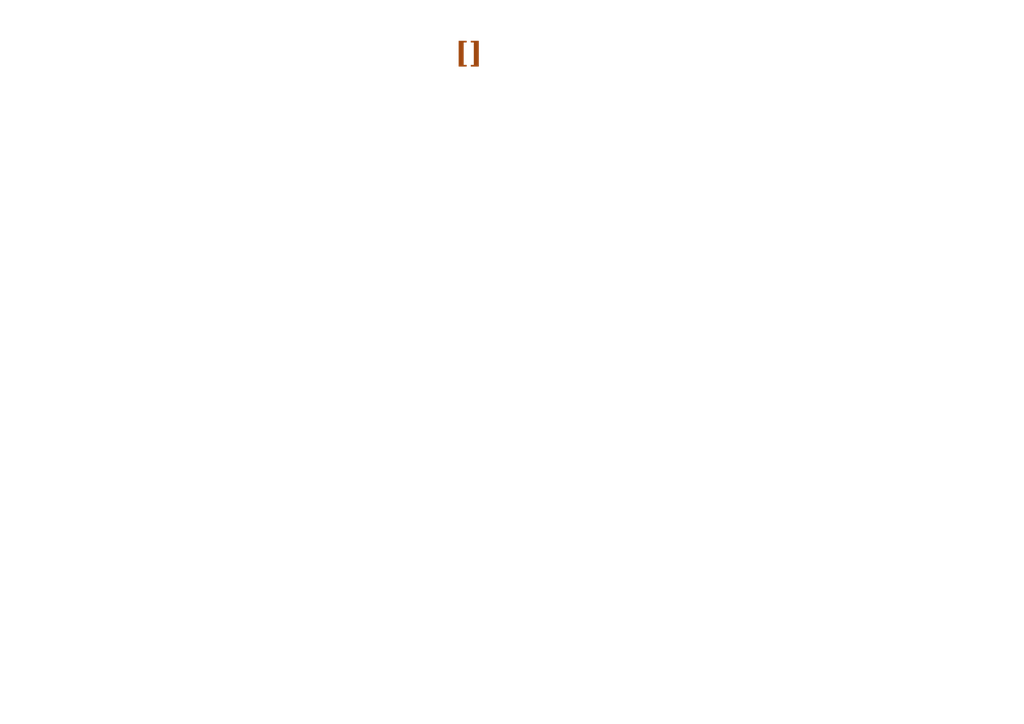
<source format=kicad_sch>
(kicad_sch
	(version 20231120)
	(generator "eeschema")
	(generator_version "8.0")
	(uuid "b7ce2658-0c16-417c-9e64-5f86ab89a607")
	(paper "A4")
	(title_block
		(title "Cell_Sentinel")
		(date "2024-11-05")
		(rev "1.0.0")
	)
	(lib_symbols)
	(text "[${#}] ${SHEETNAME}"
		(exclude_from_sim no)
		(at 137.414 17.526 0)
		(effects
			(font
				(face "Times New Roman")
				(size 6 6)
				(thickness 1.6)
				(bold yes)
				(color 159 72 15 1)
			)
		)
		(uuid "2b2f93a4-8403-4161-bc1a-76fa02288e15")
	)
)

</source>
